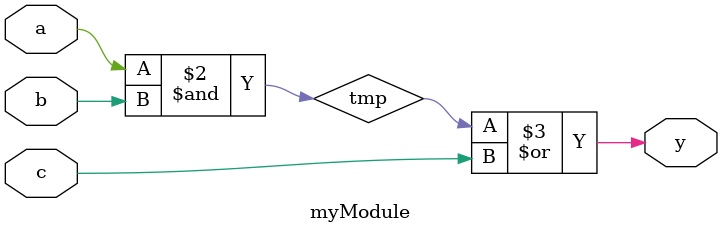
<source format=v>
`timescale 1ns / 1ps


module myModule(input a, input b, input c, output reg y);
reg tmp;
always@(*) begin
tmp = a & b;
y = tmp | c;
end
endmodule

</source>
